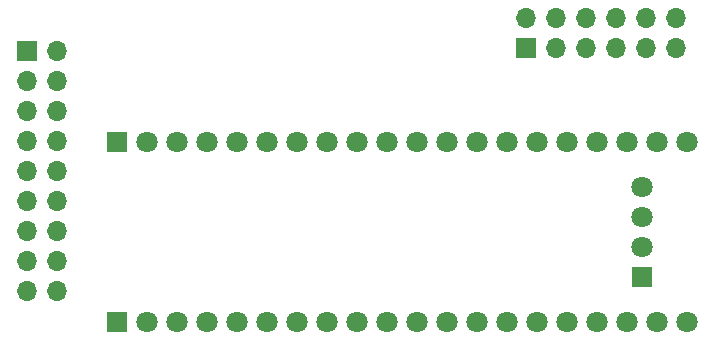
<source format=gbs>
G04 #@! TF.GenerationSoftware,KiCad,Pcbnew,8.0.8*
G04 #@! TF.CreationDate,2025-02-19T14:35:13-05:00*
G04 #@! TF.ProjectId,afe_230v_16a,6166655f-3233-4307-965f-3136612e6b69,rev?*
G04 #@! TF.SameCoordinates,Original*
G04 #@! TF.FileFunction,Soldermask,Bot*
G04 #@! TF.FilePolarity,Negative*
%FSLAX46Y46*%
G04 Gerber Fmt 4.6, Leading zero omitted, Abs format (unit mm)*
G04 Created by KiCad (PCBNEW 8.0.8) date 2025-02-19 14:35:13*
%MOMM*%
%LPD*%
G01*
G04 APERTURE LIST*
%ADD10R,1.800000X1.800000*%
%ADD11C,1.800000*%
%ADD12R,1.700000X1.700000*%
%ADD13O,1.700000X1.700000*%
G04 APERTURE END LIST*
D10*
X207970000Y-112110000D03*
D11*
X210510000Y-112110000D03*
X213050000Y-112110000D03*
X215590000Y-112110000D03*
X218130000Y-112110000D03*
X220670000Y-112110000D03*
X223210000Y-112110000D03*
X225750000Y-112110000D03*
X228290000Y-112110000D03*
X230830000Y-112110000D03*
X233370000Y-112110000D03*
X235910000Y-112110000D03*
X238450000Y-112110000D03*
X240990000Y-112110000D03*
X243530000Y-112110000D03*
X246070000Y-112110000D03*
X248610000Y-112110000D03*
X251150000Y-112110000D03*
X253690000Y-112110000D03*
X256230000Y-112110000D03*
X256230000Y-96870000D03*
X253690000Y-96870000D03*
X251150000Y-96870000D03*
X248610000Y-96870000D03*
X246070000Y-96870000D03*
X243530000Y-96870000D03*
X240990000Y-96870000D03*
X238450000Y-96870000D03*
X235910000Y-96870000D03*
X233370000Y-96870000D03*
X230830000Y-96870000D03*
X228290000Y-96870000D03*
X225750000Y-96870000D03*
X223210000Y-96870000D03*
X220670000Y-96870000D03*
X218130000Y-96870000D03*
X215590000Y-96870000D03*
X213050000Y-96870000D03*
X210510000Y-96870000D03*
D10*
X207970000Y-96870000D03*
X252420000Y-108300000D03*
D11*
X252420000Y-105760000D03*
X252420000Y-103220000D03*
X252420000Y-100680000D03*
D12*
X200330000Y-89160000D03*
D13*
X202870000Y-89160000D03*
X200330000Y-91700000D03*
X202870000Y-91700000D03*
X200330000Y-94240000D03*
X202870000Y-94240000D03*
X200330000Y-96780000D03*
X202870000Y-96780000D03*
X200330000Y-99320000D03*
X202870000Y-99320000D03*
X200330000Y-101860000D03*
X202870000Y-101860000D03*
X200330000Y-104400000D03*
X202870000Y-104400000D03*
X200330000Y-106940000D03*
X202870000Y-106940000D03*
X200330000Y-109480000D03*
X202870000Y-109480000D03*
D12*
X242550000Y-88850000D03*
D13*
X242550000Y-86310000D03*
X245090000Y-88850000D03*
X245090000Y-86310000D03*
X247630000Y-88850000D03*
X247630000Y-86310000D03*
X250170000Y-88850000D03*
X250170000Y-86310000D03*
X252710000Y-88850000D03*
X252710000Y-86310000D03*
X255250000Y-88850000D03*
X255250000Y-86310000D03*
M02*

</source>
